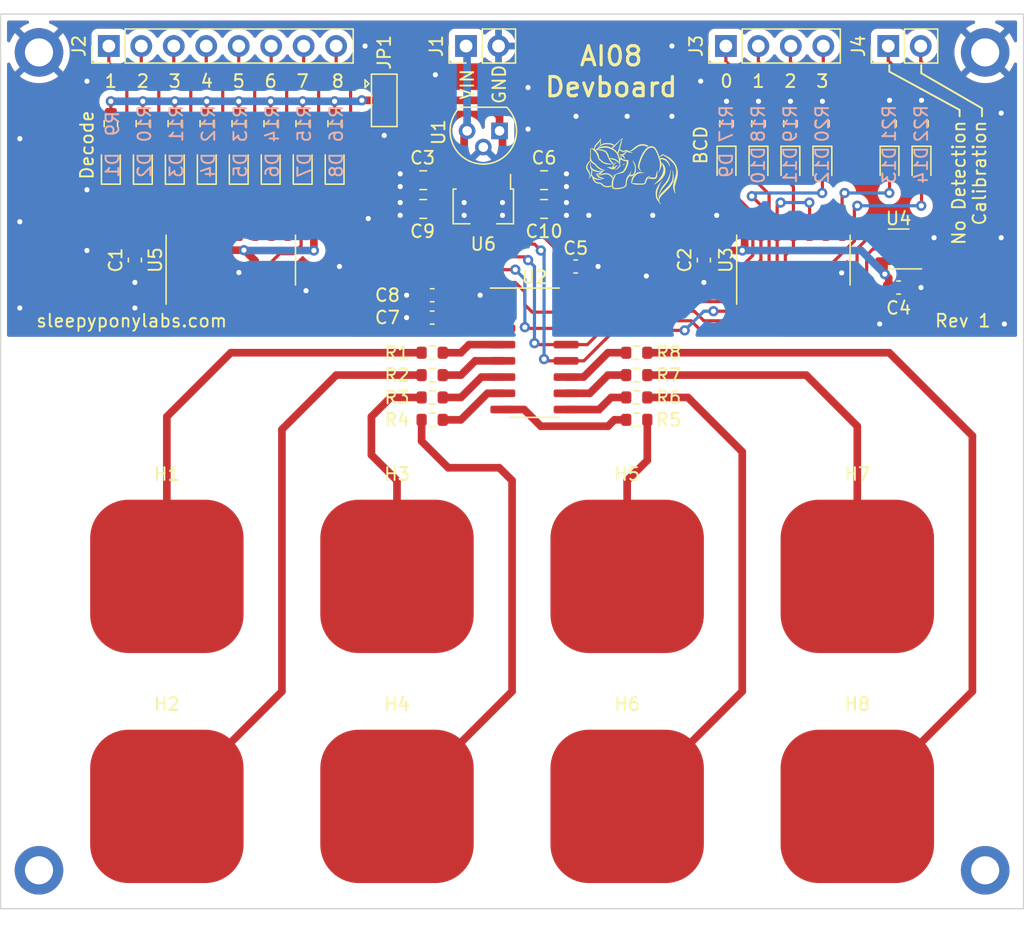
<source format=kicad_pcb>
(kicad_pcb (version 20211014) (generator pcbnew)
  (title_block (title "AI08 Devboard") (date "2022-09-25") (rev "1") (company "Sleepy Pony Labs") (comment 4 "AISLER Project ID: NBMILDEY"))
  (layers (0 "F.Cu" signal) (31 "B.Cu" signal) (34 "B.Paste" user) (35 "F.Paste" user) (36 "B.SilkS" user "B.Silkscreen") (37 "F.SilkS" user "F.Silkscreen") (38 "B.Mask" user) (39 "F.Mask" user) (44 "Edge.Cuts" user))
  (net 0 "")
  (net 1 "VDD")
  (net 2 "GND")
  (net 3 "Net-(C7-Pad1)")
  (net 4 "Net-(C8-Pad1)")
  (net 5 "Net-(D1-Pad1)")
  (net 6 "Net-(D1-Pad2)")
  (net 7 "Net-(D2-Pad1)")
  (net 8 "Net-(D2-Pad2)")
  (net 9 "Net-(D3-Pad1)")
  (net 10 "Net-(D3-Pad2)")
  (net 11 "Net-(D4-Pad1)")
  (net 12 "Net-(D4-Pad2)")
  (net 13 "Net-(D5-Pad1)")
  (net 14 "Net-(D5-Pad2)")
  (net 15 "Net-(D6-Pad1)")
  (net 16 "Net-(D6-Pad2)")
  (net 17 "Net-(D7-Pad1)")
  (net 18 "Net-(D7-Pad2)")
  (net 19 "Net-(D8-Pad1)")
  (net 20 "Net-(D8-Pad2)")
  (net 21 "Net-(D9-Pad1)")
  (net 22 "Net-(D9-Pad2)")
  (net 23 "Net-(D10-Pad1)")
  (net 24 "Net-(D10-Pad2)")
  (net 25 "Net-(D11-Pad1)")
  (net 26 "Net-(D11-Pad2)")
  (net 27 "Net-(D12-Pad1)")
  (net 28 "Net-(D12-Pad2)")
  (net 29 "Net-(D13-Pad1)")
  (net 30 "Net-(D13-Pad2)")
  (net 31 "Net-(D14-Pad1)")
  (net 32 "Net-(D14-Pad2)")
  (net 33 "Net-(H1-Pad1)")
  (net 34 "Net-(H2-Pad1)")
  (net 35 "Net-(H3-Pad1)")
  (net 36 "Net-(H4-Pad1)")
  (net 37 "Net-(H5-Pad1)")
  (net 38 "Net-(H6-Pad1)")
  (net 39 "Net-(H7-Pad1)")
  (net 40 "Net-(H8-Pad1)")
  (net 41 "Net-(R1-Pad2)")
  (net 42 "Net-(R2-Pad2)")
  (net 43 "Net-(R3-Pad2)")
  (net 44 "Net-(R4-Pad2)")
  (net 45 "Net-(R5-Pad2)")
  (net 46 "Net-(R6-Pad2)")
  (net 47 "Net-(R7-Pad2)")
  (net 48 "Net-(R8-Pad2)")
  (net 49 "Net-(U3-Pad12)")
  (net 50 "Net-(U3-Pad5)")
  (net 53 "Net-(R10-Pad2)")
  (net 54 "Net-(J1-Pad1)")
  (footprint "Resistor_SMD:R_0603_1608Metric" (layer "F.Cu") (at 73.12 49.575 90)
    (fp_text reference "R14")
    (fp_text value "1K")
  )
  (footprint "ai08_devboard:CAPTOUCH_12mm" (layer "F.Cu") (at 119 103)
    (fp_text reference "H8")
    (fp_text value "Button")
  )
  (footprint "Resistor_SMD:R_0603_1608Metric" (layer "F.Cu") (at 121.52 49.575 90)
    (fp_text reference "R21")
    (fp_text value "1K")
  )
  (footprint "Capacitor_SMD:C_0603_1608Metric" (layer "F.Cu") (at 122.23 62.4)
    (fp_text reference "C4")
    (fp_text value "100nF")
  )
  (footprint "ai08_devboard:CAPTOUCH_12mm" (layer "F.Cu") (at 65 103)
    (fp_text reference "H2")
    (fp_text value "Button")
  )
  (footprint "Package_TO_SOT_THT:TO-92" (layer "F.Cu") (at 91.02 50.14 180)
    (fp_text reference "U1")
    (fp_text value "L78L05_TO92")
  )
  (footprint "ai08_devboard:CAPTOUCH_12mm" (layer "F.Cu") (at 101 103)
    (fp_text reference "H6")
    (fp_text value "Button")
  )
  (footprint "MountingHole:MountingHole_2.2mm_M2_DIN965_Pad" (layer "F.Cu") (at 129 108)
    (fp_text reference "H11" hide)
    (fp_text value "Pad")
  )
  (footprint "ai08_devboard:CAPTOUCH_12mm" (layer "F.Cu") (at 83 103)
    (fp_text reference "H4")
    (fp_text value "Button")
  )
  (footprint "Capacitor_SMD:C_0603_1608Metric" (layer "F.Cu") (at 85.75 64.75 180)
    (fp_text reference "C7")
    (fp_text value "TBD")
  )
  (footprint "Jumper:SolderJumper-3_P1.3mm_Bridged12_Pad1.0x1.5mm" (layer "F.Cu") (at 82 47.75 -90)
    (fp_text reference "JP1")
    (fp_text value "SELECT")
  )
  (footprint "LED_SMD:LED_0603_1608Metric" (layer "F.Cu") (at 68.12 52.825 90)
    (fp_text reference "D4")
    (fp_text value "LED")
  )
  (footprint "MountingHole:MountingHole_2.2mm_M2_DIN965_Pad" (layer "F.Cu") (at 55 44)
    (fp_text reference "H9" hide)
    (fp_text value "Pad")
  )
  (footprint "ai08_devboard:CAPTOUCH_12mm" (layer "F.Cu") (at 119 85)
    (fp_text reference "H7")
    (fp_text value "Button")
  )
  (footprint "Resistor_SMD:R_0603_1608Metric" (layer "F.Cu") (at 70.62 49.575 90)
    (fp_text reference "R13")
    (fp_text value "1K")
  )
  (footprint "LED_SMD:LED_0603_1608Metric" (layer "F.Cu") (at 124.02 52.825 -90)
    (fp_text reference "D14")
    (fp_text value "LED")
  )
  (footprint "Capacitor_SMD:C_0805_2012Metric" (layer "F.Cu") (at 94.5 56.25)
    (fp_text reference "C10")
    (fp_text value "TBD")
  )
  (footprint "ai08_devboard:CAPTOUCH_12mm" (layer "F.Cu") (at 65 85)
    (fp_text reference "H1")
    (fp_text value "Button")
  )
  (footprint "Package_SO:SOIC-14_3.9x8.7mm_P1.27mm" (layer "F.Cu") (at 114 60.25 90)
    (fp_text reference "U3")
    (fp_text value "74HC11")
  )
  (footprint "Capacitor_SMD:C_0603_1608Metric" (layer "F.Cu") (at 62.5 60.25 -90)
    (fp_text reference "C1")
    (fp_text value "100nF")
  )
  (footprint "LED_SMD:LED_0603_1608Metric" (layer "F.Cu") (at 121.52 52.825 -90)
    (fp_text reference "D13")
    (fp_text value "LED")
  )
  (footprint "Resistor_SMD:R_0603_1608Metric" (layer "F.Cu") (at 116.27 49.575 90)
    (fp_text reference "R20")
    (fp_text value "1K")
  )
  (footprint "Resistor_SMD:R_0603_1608Metric" (layer "F.Cu") (at 101.75 72.75 180)
    (fp_text reference "R5")
    (fp_text value "1K")
  )
  (footprint "Connector_PinHeader_2.54mm:PinHeader_1x02_P2.54mm_Vertical" (layer "F.Cu") (at 121.42 43.5 90)
    (fp_text reference "J4")
    (fp_text value "STAT_OUT")
  )
  (footprint "Resistor_SMD:R_0603_1608Metric" (layer "F.Cu") (at 75.62 49.575 90)
    (fp_text reference "R15")
    (fp_text value "1K")
  )
  (footprint "Resistor_SMD:R_0603_1608Metric" (layer "F.Cu") (at 85.75 67.5)
    (fp_text reference "R1")
    (fp_text value "1K")
  )
  (footprint "LED_SMD:LED_0603_1608Metric" (layer "F.Cu") (at 70.62 52.825 90)
    (fp_text reference "D5")
    (fp_text value "LED")
  )
  (footprint "Resistor_SMD:R_0603_1608Metric" (layer "F.Cu") (at 108.77 49.575 90)
    (fp_text reference "R17")
    (fp_text value "1K")
  )
  (footprint "MountingHole:MountingHole_2.2mm_M2_DIN965_Pad" (layer "F.Cu") (at 55 108)
    (fp_text reference "H12" hide)
    (fp_text value "Pad")
  )
  (footprint "MountingHole:MountingHole_2.2mm_M2_DIN965_Pad" (layer "F.Cu") (at 129 44)
    (fp_text reference "H10" hide)
    (fp_text value "Pad")
  )
  (footprint "Resistor_SMD:R_0603_1608Metric" (layer "F.Cu") (at 101.75 71 180)
    (fp_text reference "R6")
    (fp_text value "1K")
  )
  (footprint "LED_SMD:LED_0603_1608Metric" (layer "F.Cu") (at 73.12 52.825 90)
    (fp_text reference "D6")
    (fp_text value "LED")
  )
  (footprint "ai08_devboard:CAPTOUCH_12mm" (layer "F.Cu") (at 83 85)
    (fp_text reference "H3")
    (fp_text value "Button")
  )
  (footprint "LED_SMD:LED_0603_1608Metric" (layer "F.Cu") (at 108.77 52.825 -90)
    (fp_text reference "D9")
    (fp_text value "LED")
  )
  (footprint "Connector_PinHeader_2.54mm:PinHeader_1x08_P2.54mm_Vertical" (layer "F.Cu") (at 60.46 43.5 90)
    (fp_text reference "J2")
    (fp_text value "DEC_OUT")
  )
  (footprint "LED_SMD:LED_0603_1608Metric" (layer "F.Cu") (at 60.62 52.825 90)
    (fp_text reference "D1")
    (fp_text value "LED")
  )
  (footprint "Capacitor_SMD:C_0603_1608Metric" (layer "F.Cu") (at 107 60.25 -90)
    (fp_text reference "C2")
    (fp_text value "100nF")
  )
  (footprint "Capacitor_SMD:C_0805_2012Metric" (layer "F.Cu") (at 94.5 54)
    (fp_text reference "C6")
    (fp_text value "1uF")
  )
  (footprint "Resistor_SMD:R_0603_1608Metric" (layer "F.Cu") (at 85.75 71)
    (fp_text reference "R3")
    (fp_text value "1K")
  )
  (footprint "Resistor_SMD:R_0603_1608Metric" (layer "F.Cu") (at 85.75 72.75)
    (fp_text reference "R4")
    (fp_text value "1K")
  )
  (footprint "Resistor_SMD:R_0603_1608Metric" (layer "F.Cu") (at 78.12 49.575 90)
    (fp_text reference "R16")
    (fp_text value "1K")
  )
  (footprint "LED_SMD:LED_0603_1608Metric" (layer "F.Cu") (at 75.62 52.825 90)
    (fp_text reference "D7")
    (fp_text value "LED")
  )
  (footprint "LED_SMD:LED_0603_1608Metric" (layer "F.Cu") (at 65.62 52.825 90)
    (fp_text reference "D3")
    (fp_text value "LED")
  )
  (footprint "ai08_devboard:CAPTOUCH_12mm" (layer "F.Cu") (at 101 85)
    (fp_text reference "H5")
    (fp_text value "Button")
  )
  (footprint "Resistor_SMD:R_0603_1608Metric" (layer "F.Cu") (at 65.62 49.575 90)
    (fp_text reference "R11")
    (fp_text value "1K")
  )
  (footprint "Resistor_SMD:R_0603_1608Metric" (layer "F.Cu") (at 113.77 49.575 90)
    (fp_text reference "R19")
    (fp_text value "1K")
  )
  (footprint "Capacitor_SMD:C_0805_2012Metric" (layer "F.Cu") (at 85.05 54 180)
    (fp_text reference "C3")
    (fp_text value "1uF")
  )
  (footprint "Resistor_SMD:R_0603_1608Metric" (layer "F.Cu") (at 63.12 49.575 90)
    (fp_text reference "R10")
    (fp_text value "1K")
  )
  (footprint "Package_SO:SOIC-16_3.9x9.9mm_P1.27mm" (layer "F.Cu") (at 93.75 67.5)
    (fp_text reference "U2")
    (fp_text value "AI08")
  )
  (footprint "Resistor_SMD:R_0603_1608Metric" (layer "F.Cu") (at 60.62 49.575 90)
    (fp_text reference "R9")
    (fp_text value "1K")
  )
  (footprint "LED_SMD:LED_0603_1608Metric" (layer "F.Cu") (at 111.27 52.825 -90)
    (fp_text reference "D10")
    (fp_text value "LED")
  )
  (footprint "Resistor_SMD:R_0603_1608Metric" (layer "F.Cu") (at 101.75 69.25 180)
    (fp_text reference "R7")
    (fp_text value "1K")
  )
  (footprint "LED_SMD:LED_0603_1608Metric" (layer "F.Cu") (at 113.77 52.825 -90)
    (fp_text reference "D11")
    (fp_text value "LED")
  )
  (footprint "Capacitor_SMD:C_0603_1608Metric" (layer "F.Cu") (at 85.75 63 180)
    (fp_text reference "C8")
    (fp_text value "4n7F")
  )
  (footprint "LED_SMD:LED_0603_1608Metric" (layer "F.Cu") (at 78.12 52.825 90)
    (fp_text reference "D8")
    (fp_text value "LED")
  )
  (footprint "Resistor_SMD:R_0603_1608Metric" (layer "F.Cu") (at 101.75 67.5 180)
    (fp_text reference "R8")
    (fp_text value "1K")
  )
  (footprint "slp_logo:sleepylogo_10mm" (layer "F.Cu") (at 101.5 53)
    (fp_text reference "G***" hide)
    (fp_text value "LOGO" hide)
  )
  (footprint "Package_TO_SOT_SMD:SOT-23-5" (layer "F.Cu") (at 122.23 59.38 180)
    (fp_text reference "U4")
    (fp_text value "74AHC1G04")
  )
  (footprint "Resistor_SMD:R_0603_1608Metric" (layer "F.Cu") (at 111.27 49.575 90)
    (fp_text reference "R18")
    (fp_text value "1K")
  )
  (footprint "Resistor_SMD:R_0603_1608Metric" (layer "F.Cu") (at 85.75 69.25)
    (fp_text reference "R2")
    (fp_text value "1K")
  )
  (footprint "LED_SMD:LED_0603_1608Metric" (layer "F.Cu") (at 116.27 52.825 -90)
    (fp_text reference "D12")
    (fp_text value "LED")
  )
  (footprint "Connector_PinHeader_2.54mm:PinHeader_1x02_P2.54mm_Vertical" (layer "F.Cu") (at 88.4 43.5 90)
    (fp_text reference "J1")
    (fp_text value "POWER")
  )
  (footprint "Package_TO_SOT_SMD:SOT-89-3" (layer "F.Cu") (at 89.75 55.75 -90)
    (fp_text reference "U6")
    (fp_text value "L78L05_SOT89")
  )
  (footprint "Capacitor_SMD:C_0805_2012Metric" (layer "F.Cu") (at 85.05 56.25 180)
    (fp_text reference "C9")
    (fp_text value "TBD")
  )
  (footprint "Connector_PinHeader_2.54mm:PinHeader_1x04_P2.54mm_Vertical" (layer "F.Cu") (at 108.72 43.5 90)
    (fp_text reference "J3")
    (fp_text value "BCD_OUT")
  )
  (footprint "Resistor_SMD:R_0603_1608Metric" (layer "F.Cu") (at 68.12 49.575 90)
    (fp_text reference "R12")
    (fp_text value "1K")
  )
  (footprint "Resistor_SMD:R_0603_1608Metric" (layer "F.Cu") (at 124.02 49.575 90)
    (fp_text reference "R22")
    (fp_text value "1K")
  )
  (footprint "Capacitor_SMD:C_0603_1608Metric" (layer "F.Cu") (at 96.975 60.75)
    (fp_text reference "C5")
    (fp_text value "100nF")
  )
  (footprint "LED_SMD:LED_0603_1608Metric" (layer "F.Cu") (at 63.12 52.825 90)
    (fp_text reference "D2")
    (fp_text value "LED")
  )
  (footprint "Package_SO:SOIC-16_3.9x9.9mm_P1.27mm" (layer "F.Cu") (at 70 60.25 90)
    (fp_text reference "U5")
    (fp_text value "74HC138")
  )
  (gr_line (start 124 45.625) (end 124 45) (layer "F.SilkS") (width 0.15))
  (gr_line (start 127 49) (end 127 48.5) (layer "F.SilkS") (width 0.15))
  (gr_line (start 127 48.5) (end 121.5 45.5) (layer "F.SilkS") (width 0.15))
  (gr_line (start 128.75 49) (end 128.75 48.375) (layer "F.SilkS") (width 0.15))
  (gr_line (start 121.5 45.5) (end 121.5 45) (layer "F.SilkS") (width 0.15))
  (gr_line (start 128.75 48.375) (end 124 45.625) (layer "F.SilkS") (width 0.15))
  (gr_line (start 132 111) (end 52 111) (layer "Edge.Cuts") (width 0.1))
  (gr_line (start 132 41) (end 52 41) (layer "Edge.Cuts") (width 0.1))
  (gr_line (start 132 111) (end 132 41) (layer "Edge.Cuts") (width 0.1))
  (gr_line (start 52 111) (end 52 41) (layer "Edge.Cuts") (width 0.1))
  (gr_text "7" (at 75.62 46.25) (layer "F.SilkS") (effects (font (size 1 1))))
  (gr_text "6" (at 73.12 46.25) (layer "F.SilkS") (effects (font (size 1 1))))
  (gr_text "1" (at 60.62 46.25) (layer "F.SilkS") (effects (font (size 1 1))))
  (gr_text "0" (at 108.77 46.25) (layer "F.SilkS") (effects (font (size 1 1))))
  (gr_text "Decode" (at 58.75 51.25 90) (layer "F.SilkS") (effects (font (size 1 1))))
  (gr_text "2" (at 63.12 46.25) (layer "F.SilkS") (effects (font (size 1 1))))
  (gr_text "4" (at 68.12 46.25) (layer "F.SilkS") (effects (font (size 1 1))))
  (gr_text "AI08\nDevboard" (at 99.75 45.5) (layer "F.SilkS") (effects (font (size 1.5 1.5) (thickness 0.25))))
  (gr_text "3" (at 65.62 46.25) (layer "F.SilkS") (effects (font (size 1 1))))
  (gr_text "GND" (at 91 46.5 90) (layer "F.SilkS") (effects (font (size 1 1))))
  (gr_text "VIN" (at 88.5 46.5 90) (layer "F.SilkS") (effects (font (size 1 1))))
  (gr_text "1" (at 111.27 46.25) (layer "F.SilkS") (effects (font (size 1 1))))
  (gr_text "2" (at 113.77 46.25) (layer "F.SilkS") (effects (font (size 1 1))))
  (gr_text "sleepyponylabs.com" (at 62.25 65) (layer "F.SilkS") (effects (font (size 1 1))))
  (gr_text "3" (at 116.27 46.25) (layer "F.SilkS") (effects (font (size 1 1))))
  (gr_text "8" (at 78.37 46.25) (layer "F.SilkS") (effects (font (size 1 1))))
  (gr_text "BCD" (at 106.75 51.25 90) (layer "F.SilkS") (effects (font (size 1 1))))
  (gr_text "Rev 1" (at 127.25 65) (layer "F.SilkS") (effects (font (size 1 1))))
  (gr_text "5" (at 70.62 46.25) (layer "F.SilkS") (effects (font (size 1 1))))
  (gr_text "No Detection\nCalibration" (at 127.75 49.25 90) (layer "F.SilkS") (effects (font (size 1 1)) (justify right)))
  (segment (start 107.025 59.5) (end 107 59.475) (width 0.6) (layer "F.Cu") (net 1))
  (segment (start 71.48 59.88) (end 71.905 60.305) (width 0.6) (layer "F.Cu") (net 1))
  (segment (start 89.75 47.75) (end 91.02 49.02) (width 0.6) (layer "F.Cu") (net 1))
  (segment (start 62.5 59.475) (end 65.06 59.475) (width 0.6) (layer "F.Cu") (net 1))
  (segment (start 84 47.75) (end 89.75 47.75) (width 0.6) (layer "F.Cu") (net 1))
  (segment (start 93.45 54.1) (end 93.55 54) (width 0.6) (layer "F.Cu") (net 1))
  (segment (start 110 59.5) (end 110.19 59.31) (width 0.6) (layer "F.Cu") (net 1))
  (segment (start 76.5 58) (end 76.5 59.5) (width 0.6) (layer "F.Cu") (net 1))
  (segment (start 65.06 59.475) (end 65.555 59.475) (width 0.6) (layer "F.Cu") (net 1))
  (segment (start 65.06 59.475) (end 71.025 59.475) (width 0.6) (layer "F.Cu") (net 1))
  (segment (start 91.25 54.1) (end 93.45 54.1) (width 0.6) (layer "F.Cu") (net 1))
  (segment (start 84 47.75) (end 84 50.5) (width 0.6) (layer "F.Cu") (net 1))
  (segment (start 121.1525 61.3475) (end 121.0925 61.2875) (width 0.6) (layer "F.Cu") (net 1))
  (segment (start 110 59.5) (end 107.025 59.5) (width 0.6) (layer "F.Cu") (net 1))
  (segment (start 96.2 59.55) (end 96.2 60.75) (width 0.6) (layer "F.Cu") (net 1))
  (segment (start 91.02 49.02) (end 91.02 50.14) (width 0.6) (layer "F.Cu") (net 1))
  (segment (start 84 50.5) (end 76.5 58) (width 0.6) (layer "F.Cu") (net 1))
  (segment (start 71.075 59.475) (end 71.48 59.88) (width 0.6) (layer "F.Cu") (net 1))
  (segment (start 107 59.475) (end 96.275 59.475) (width 0.6) (layer "F.Cu") (net 1))
  (segment (start 110.19 59.31) (end 110.19 57.775) (width 0.6) (layer "F.Cu") (net 1))
  (segment (start 93.55 56.25) (end 93.55 54) (width 0.6) (layer "F.Cu") (net 1))
  (segment (start 84 47.75) (end 84 47) (width 0.6) (layer "F.Cu") (net 1))
  (segment (start 65.555 59.475) (end 65.555 57.775) (width 0.6) (layer "F.Cu") (net 1))
  (segment (start 84 47) (end 83.45 46.45) (width 0.6) (layer "F.Cu") (net 1))
  (segment (start 96.225 63.055) (end 96.225 60.775) (width 0.6) (layer "F.Cu") (net 1))
  (segment (start 91.25 50.37) (end 91.02 50.14) (width 0.6) (layer "F.Cu") (net 1))
  (segment (start 95.75 59.475) (end 96.275 59.475) (width 0.6) (layer "F.Cu") (net 1))
  (segment (start 121.455 61.65) (end 121.1525 61.3475) (width 0.6) (layer "F.Cu") (net 1))
  (segment (start 93.55 57.275) (end 95.75 59.475) (width 0.6) (layer "F.Cu") (net 1))
  (segment (start 93.55 56.25) (end 93.55 57.275) (width 0.6) (layer "F.Cu") (net 1))
  (segment (start 121.0925 61.2875) (end 121.0925 60.33) (width 0.6) (layer "F.Cu") (net 1))
  (segment (start 121.455 62.4) (end 121.455 61.65) (width 0.6) (layer "F.Cu") (net 1))
  (segment (start 71.025 59.475) (end 71.075 59.475) (width 0.6) (layer "F.Cu") (net 1))
  (segment (start 83.45 46.45) (end 82 46.45) (width 0.6) (layer "F.Cu") (net 1))
  (segment (start 71.905 60.305) (end 71.905 62.725) (width 0.6) (layer "F.Cu") (net 1))
  (segment (start 91.25 54.1) (end 91.25 50.37) (width 0.6) (layer "F.Cu") (net 1))
  (segment (start 96.275 59.475) (end 96.2 59.55) (width 0.6) (layer "F.Cu") (net 1))
  (via (at 71.025 59.475) (size 0.8) (drill 0.4) (layers "F.Cu" "B.Cu") (net 1))
  (via (at 110 59.5) (size 0.8) (drill 0.4) (layers "F.Cu" "B.Cu") (net 1))
  (via (at 121.1525 61.3475) (size 0.8) (drill 0.4) (layers "F.Cu" "B.Cu") (net 1))
  (via (at 76.5 59.5) (size 0.8) (drill 0.4) (layers "F.Cu" "B.Cu") (net 1))
  (segment (start 119.305 59.5) (end 121.1525 61.3475) (width 0.6) (layer "B.Cu") (net 1))
  (segment (start 71.025 59.475) (end 71.05 59.5) (width 0.6) (layer "B.Cu") (net 1))
  (segment (start 110 59.5) (end 119.305 59.5) (width 0.6) (layer "B.Cu") (net 1))
  (segment (start 71.05 59.5) (end 76.5 59.5) (width 0.6) (layer "B.Cu") (net 1))
  (segment (start 74.445 62.725) (end 75.81 62.725) (width 0.6) (layer "F.Cu") (net 2))
  (segment (start 62.5 61.025) (end 62.5 62) (width 0.6) (layer "F.Cu") (net 2))
  (segment (start 91.275 63.055) (end 89.555 63.055) (width 0.6) (layer "F.Cu") (net 2))
  (segment (start 108.77 48.75) (end 108.77 47.825) (width 0.25) (layer "F.Cu") (net 2))
  (segment (start 111.27 48.75) (end 111.27 47.825) (width 0.25) (layer "F.Cu") (net 2))
  (segment (start 95.45 54) (end 95.75 54) (width 0.6) (layer "F.Cu") (net 2))
  (segment (start 89.555 63.055) (end 89.5 63) (width 0.6) (layer "F.Cu") (net 2))
  (segment (start 97.75 60.75) (end 98.725 60.75) (width 0.6) (layer "F.Cu") (net 2))
  (segment (start 121.52 48.75) (end 121.52 47.75) (width 0.25) (layer "F.Cu") (net 2))
  (segment (start 95.75 54) (end 96.25 54.5) (width 0.6) (layer "F.Cu") (net 2))
  (segment (start 123.3675 58.43) (end 124.93 58.43) (width 0.6) (layer "F.Cu") (net 2))
  (segment (start 83.25 56.75) (end 83.75 56.25) (width 0.6) (layer "F.Cu") (net 2))
  (segment (start 83.25 55.75) (end 83.75 56.25) (width 0.6) (layer "F.Cu") (net 2))
  (segment (start 84.975 63) (end 83.75 63) (width 0.6) (layer "F.Cu") (net 2))
  (segment (start 117.775 61.25) (end 117.81 61.285) (width 0.6) (layer "F.Cu") (net 2))
  (segment (start 117.81 61.285) (end 117.81 62.725) (width 0.6) (layer "F.Cu") (net 2))
  (segment (start 70.635 62.725) (end 70.635 61.225) (width 0.6) (layer "F.Cu") (net 2))
  (segment (start 107 61.025) (end 107 62) (width 0.6) (layer "F.Cu") (net 2))
  (segment (start 82 49.05) (end 82 50.5) (width 0.6) (layer "F.Cu") (net 2))
  (segment (start 83.25 53.5) (end 83.75 54) (width 0.6) (layer "F.Cu") (net 2))
  (segment (start 83.25 54.5) (end 83.75 54) (width 0.6) (layer "F.Cu") (net 2))
  (segment (start 75.81 62.725) (end 75.885 62.65) (width 0.6) (layer "F.Cu") (net 2))
  (segment (start 124.93 58.43) (end 125 58.5) (width 0.6) (layer "F.Cu") (net 2))
  (segment (start 116.27 47.825) (end 116.27 48.75) (width 0.25) (layer "F.Cu") (net 2))
  (segment (start 95.75 56.25) (end 96.25 55.75) (width 0.6) (layer "F.Cu") (net 2))
  (segment (start 84.975 64.75) (end 83.75 64.75) (width 0.6) (layer "F.Cu") (net 2))
  (segment (start 95.75 54) (end 96.25 53.5) (width 0.6) (layer "F.Cu") (net 2))
  (segment (start 95.75 56.25) (end 96.25 56.75) (width 0.6) (layer "F.Cu") (net 2))
  (segment (start 113.77 47.825) (end 113.77 48.75) (width 0.25) (layer "F.Cu") (net 2))
  (segment (start 83.75 54) (end 84.1 54) (width 0.6) (layer "F.Cu") (net 2))
  (segment (start 123.005 62.4) (end 123.98 62.4) (width 0.6) (layer "F.Cu") (net 2))
  (segment (start 124.02 48.75) (end 124.02 47.75) (width 0.25) (layer "F.Cu") (net 2))
  (segment (start 95.45 56.25) (end 95.75 56.25) (width 0.6) (layer "F.Cu") (net 2))
  (segment (start 83.75 56.25) (end 84.1 56.25) (width 0.6) (layer "F.Cu") (net 2))
  (via (at 91.25 55.75) (size 0.8) (drill 0.4) (layers "F.Cu" "B.Cu") (net 2))
  (via (at 58.75 59.5) (size 0.8) (drill 0.4) (layers "F.Cu" "B.Cu") (net 2))
  (via (at 83.25 55.75) (size 0.8) (drill 0.4) (layers "F.Cu" "B.Cu") (net 2))
  (via (at 53.5 64) (size 0.8) (drill 0.4) (layers "F.Cu" "B.Cu") (net 2))
  (via (at 80.5 43.5) (size 0.8) (drill 0.4) (layers "F.Cu" "B.Cu") (net 2))
  (via (at 88.25 56.75) (size 0.8) (drill 0.4) (layers "F.Cu" "B.Cu") (net 2))
  (via (at 130.25 48.75) (size 0.8) (drill 0.4) (layers "F.Cu" "B.Cu") (net 2))
  (via (at 70.635 61.225) (size 0.8) (drill 0.4) (layers "F.Cu" "B.Cu") (net 2))
  (via (at 102.5 61.5) (size 0.8) (drill 0.4) (layers "F.Cu" "B.Cu") (net 2))
  (via (at 86 45.75) (size 0.8) (drill 0.4) (layers "F.Cu" "B.Cu") (net 2))
  (via (at 96.25 56.75) (size 0.8) (drill 0.4) (layers "F.Cu" "B.Cu") (net 2))
  (via (at 53.5 57.25) (size 0.8) (drill 0.4) (layers "F.Cu" "B.Cu") (net 2))
  (via (at 113.77 47.825) (size 0.8) (drill 0.4) (layers "F.Cu" "B.Cu") (net 2))
  (via (at 106.75 46.25) (size 0.8) (drill 0.4) (layers "F.Cu" "B.Cu") (net 2))
  (via (at 53.5 50.75) (size 0.8) (drill 0.4) (layers "F.Cu" "B.Cu") (net 2))
  (via (at 116.27 47.825) (size 0.8) (drill 0.4) (layers "F.Cu" "B.Cu") (net 2))
  (via (at 83.25 56.75) (size 0.8) (drill 0.4) (layers "F.Cu" "B.Cu") (net 2))
  (via (at 108 56.75) (size 0.8) (drill 0.4) (layers "F.Cu" "B.Cu") (net 2))
  (via (at 83.25 53.5) (size 0.8) (drill 0.4) (layers "F.Cu" "B.Cu") (net 2))
  (via (at 58.75 54.75) (size 0.8) (drill 0.4) (layers "F.Cu" "B.Cu") (net 2))
  (via (at 62.5 62) (size 0.8) (drill 0.4) (layers "F.Cu" "B.Cu") (net 2))
  (via (at 98 56.75) (size 0.8) (drill 0.4) (layers "F.Cu" "B.Cu") (net 2))
  (via (at 58.75 46.25) (size 0.8) (drill 0.4) (layers "F.Cu" "B.Cu") (net 2))
  (via (at 93.25 50) (size 0.8) (drill 0.4) (layers "F.Cu" "B.Cu") (net 2))
  (via (at 89.5 63) (size 0.8) (drill 0.4) (layers "F.Cu" "B.Cu") (net 2))
  (via (at 96.25 55.75) (size 0.8) (drill 0.4) (layers "F.Cu" "B.Cu") (net 2))
  (via (at 130.5 65.25) (size 0.8) (drill 0.4) (layers "F.Cu" "B.Cu") (net 2))
  (via (at 120.75 65.25) (size 0.8) (drill 0.4) (layers "F.Cu" "B.Cu") (net 2))
  (via (at 91.25 56.75) (size 0.8) (drill 0.4) (layers "F.Cu" "B.Cu") (net 2))
  (via (at 88.25 55.75) (size 0.8) (drill 0.4) (layers "F.Cu" "B.Cu") (net 2))
  (via (at 96.25 53.5) (size 0.8) (drill 0.4) (layers "F.Cu" "B.Cu") (net 2))
  (via (at 108.77 47.825) (size 0.8) (drill 0.4) (layers "F.Cu" "B.Cu") (net 2))
  (via (at 82 50.5) (size 0.8) (drill 0.4) (layers "F.Cu" "B.Cu") (net 2))
  (via (at 125 58.5) (size 0.8) (drill 0.4) (layers "F.Cu" "B.Cu") (net 2))
  (via (at 98.725 60.75) (size 0.8) (drill 0.4) (layers "F.Cu" "B.Cu") (net 2))
  (via (at 78.5 60.75) (size 0.8) (drill 0.4) (layers "F.Cu" "B.Cu") (net 2))
  (via (at 62.5 64) (size 0.8) (drill 0.4) (layers "F.Cu" "B.Cu") (net 2))
  (via (at 121.52 47.75) (size 0.8) (drill 0.4) (layers "F.Cu" "B.Cu") (net 2))
  (via (at 83.75 63) (size 0.8) (drill 0.4) (layers "F.Cu" "B.Cu") (net 2))
  (via (at 117.775 61.25) (size 0.8) (drill 0.4) (layers "F.Cu" "B.Cu") (net 2))
  (via (at 111.27 47.825) (size 0.8) (drill 0.4) (layers "F.Cu" "B.Cu") (net 2))
  (via (at 96.25 54.5) (size 0.8) (drill 0.4) (layers "F.Cu" "B.Cu") (net 2))
  (via (at 123.98 62.4) (size 0.8) (drill 0.4) (layers "F.Cu" "B.Cu") (net 2))
  (via (at 83.75 64.75) (size 0.8) (drill 0.4) (layers "F.Cu" "B.Cu") (net 2))
  (via (at 97 49) (size 0.8) (drill 0.4) (layers "F.Cu" "B.Cu") (net 2))
  (via (at 80.75 57) (size 0.8) (drill 0.4) (layers "F.Cu" "B.Cu") (net 2))
  (via (at 107 62) (size 0.8) (drill 0.4) (layers "F.Cu" "B.Cu") (net 2))
  (via (at 104.5 49) (size 0.8) (drill 0.4) (layers "F.Cu" "B.Cu") (net 2))
  (via (at 93.25 46.75) (size 0.8) (drill 0.4) (layers "F.Cu" "B.Cu") (net 2))
  (via (at 83.25 54.5) (size 0.8) (drill 0.4) (layers "F.Cu" "B.Cu") (net 2))
  (via (at 75.885 62.65) (size 0.8) (drill 0.4) (layers "F.Cu" "B.Cu") (net 2))
  (via (at 101 49) (size 0.8) (drill 0.4) (layers "F.Cu" "B.Cu") (net 2))
  (via (at 130.25 58.5) (size 0.8) (drill 0.4) (layers "F.Cu" "B.Cu") (net 2))
  (via (at 103 56.75) (size 0.8) (drill 0.4) (layers "F.Cu" "B.Cu") (net 2))
  (via (at 124.02 47.75) (size 0.8) (drill 0.4) (layers "F.Cu" "B.Cu") (net 2))
  (via (at 104.5 43.5) (size 0.8) (drill 0.4) (layers "F.Cu" "B.Cu") (net 2))
  (segment (start 88.595 65.595) (end 91.275 65.595) (width 0.6) (layer "F.Cu") (net 3))
  (segment (start 86.525 64.75) (end 87.75 64.75) (width 0.6) (layer "F.Cu") (net 3))
  (segment (start 87.75 64.75) (end 88.595 65.595) (width 0.6) (layer "F.Cu") (net 3))
  (segment (start 89.075 64.325) (end 91.275 64.325) (width 0.6) (layer "F.Cu") (net 4))
  (segment (start 87.75 63) (end 89.075 64.325) (width 0.6) (layer "F.Cu") (net 4))
  (segment (start 86.525 63) (end 87.75 63) (width 0.6) (layer "F.Cu") (net 4))
  (segment (start 66.825 57.775) (end 66.825 56.575) (width 0.25) (layer "F.Cu") (net 5))
  (segment (start 61.2575 53.6125) (end 61.87 53) (width 0.25) (layer "F.Cu") (net 5))
  (segment (start 61 56.25) (end 60.62 55.87) (width 0.25) (layer "F.Cu") (net 5))
  (segment (start 60.46 44.84) (end 60.46 43.5) (width 0.25) (layer "F.Cu") (net 5))
  (segment (start 66.825 56.575) (end 66.5 56.25) (width 0.25) (layer "F.Cu") (net 5))
  (segment (start 61.87 53) (end 61.87 46.25) (width 0.25) (layer "F.Cu") (net 5))
  (segment (start 66.5 56.25) (end 61 56.25) (width 0.25) (layer "F.Cu") (net 5))
  (segment (start 60.62 55.87) (end 60.62 53.6125) (width 0.25) (layer "F.Cu") (net 5))
  (segment (start 61.87 46.25) (end 60.46 44.84) (width 0.25) (layer "F.Cu") (net 5))
  (segment (start 60.62 53.6125) (end 61.2575 53.6125) (width 0.25) (layer "F.Cu") (net 5))
  (segment (start 60.62 50.4) (end 60.62 52.0375) (width 0.25) (layer "F.Cu") (net 6))
  (segment (start 68.095 57.775) (end 68.095 56.345) (width 0.25) (layer "F.Cu") (net 7))
  (segment (start 67.5 55.75) (end 63.5 55.75) (width 0.25) (layer "F.Cu") (net 7))
  (segment (start 63.12 55.37) (end 63.12 53.6125) (width 0.25) (layer "F.Cu") (net 7))
  (segment (start 64.37 53) (end 64.37 46.25) (width 0.25) (layer "F.Cu") (net 7))
  (segment (start 63.7575 53.6125) (end 64.37 53) (width 0.25) (layer "F.Cu") (net 7))
  (segment (start 64.37 46.25) (end 63 44.88) (width 0.25) (layer "F.Cu") (net 7))
  (segment (start 68.095 56.345) (end 67.5 55.75) (width 0.25) (layer "F.Cu") (net 7))
  (segment (start 63.5 55.75) (end 63.12 55.37) (width 0.25) (layer "F.Cu") (net 7))
  (segment (start 63 44.88) (end 63 43.5) (width 0.25) (layer "F.Cu") (net 7))
  (segment (start 63.12 53.6125) (end 63.7575 53.6125) (width 0.25) (layer "F.Cu") (net 7))
  (segment (start 63.12 50.4) (end 63.12 52.0375) (width 0.25) (layer "F.Cu") (net 8))
  (segment (start 66 55.25) (end 65.62 54.87) (width 0.25) (layer "F.Cu") (net 9))
  (segment (start 66.87 53) (end 66.87 46.25) (width 0.25) (layer "F.Cu") (net 9))
  (segment (start 68.25 55.25) (end 66 55.25) (width 0.25) (layer "F.Cu") (net 9))
  (segment (start 65.62 54.87) (end 65.62 53.6125) (width 0.25) (layer "F.Cu") (net 9))
  (segment (start 69.365 56.365) (end 68.25 55.25) (width 0.25) (layer "F.Cu") (net 9))
  (segment (start 69.365 57.775) (end 69.365 56.365) (width 0.25) (layer "F.Cu") (net 9))
  (segment (start 66.2575 53.6125) (end 66.87 53) (width 0.25) (layer "F.Cu") (net 9))
  (segment (start 65.62 53.6125) (end 66.2575 53.6125) (width 0.25) (layer "F.Cu") (net 9))
  (segment (start 65.54 44.92) (end 65.54 43.5) (width 0.25) (layer "F.Cu") (net 9))
  (segment (start 66.87 46.25) (end 65.54 44.92) (width 0.25) (layer "F.Cu") (net 9))
  (segment (start 65.62 50.4) (end 65.62 52.0375) (width 0.25) (layer "F.Cu") (net 10))
  (segment (start 68.12 54.12) (end 68.12 53.6125) (width 0.25) (layer "F.Cu") (net 11))
  (segment (start 69.37 46.25) (end 68.08 44.96) (width 0.25) (layer "F.Cu") (net 11))
  (segment (start 68.08 44.96) (end 68.08 43.5) (width 0.25) (layer "F.Cu") (net 11))
  (segment (start 69.37 53) (end 69.37 46.25) (width 0.25) (layer "F.Cu") (net 11))
  (segment (start 68.12 53.6125) (end 68.7575 53.6125) (width 0.25) (layer "F.Cu") (net 11))
  (segment (start 68.7575 53.6125) (end 69.37 53) (width 0.25) (layer "F.Cu") (net 11))
  (segment (start 70.635 56.635) (end 68.12 54.12) (width 0.25) (layer "F.Cu") (net 11))
  (segment (start 70.635 57.775) (end 70.635 56.635) (width 0.25) (layer "F.Cu") (net 11))
  (segment (start 68.12 50.4) (end 68.12 52.0375) (width 0.25) (layer "F.Cu") (net 12))
  (segment (start 70.62 54.62) (end 70.62 53.6125) (width 0.25) (layer "F.Cu") (net 13))
  (segment (start 71.87 53) (end 71.87 46.25) (width 0.25) (layer "F.Cu") (net 13))
  (segment (start 70.62 45) (end 70.62 43.5) (width 0.25) (layer "F.Cu") (net 13))
  (segment (start 70.62 53.6125) (end 71.2575 53.6125) (width 0.25) (layer "F.Cu") (net 13))
  (segment (start 71.87 46.25) (end 70.62 45) (width 0.25) (layer "F.Cu") (net 13))
  (segment (start 71.2575 53.6125) (end 71.87 53) (width 0.25) (layer "F.Cu") (net 13))
  (segment (start 71.905 57.775) (end 71.905 55.905) (width 0.25) (layer "F.Cu") (net 13))
  (segment (start 71.905 55.905) (end 70.62 54.62) (width 0.25) (layer "F.Cu") (net 13))
  (segment (start 70.62 50.4) (end 70.62 52.0375) (width 0.25) (layer "F.Cu") (net 14))
  (segment (start 73.7575 53.6125) (end 74.37 53) (width 0.25) (layer "F.Cu") (net 15))
  (segment (start 73.16 45.04) (end 73.16 43.5) (width 0.25) (layer "F.Cu") (net 15))
  (segment (start 74.37 53) (end 74.37 46.25) (width 0.25) (layer "F.Cu") (net 15))
  (segment (start 73.175 57.775) (end 73.175 53.6675) (width 0.25) (layer "F.Cu") (net 15))
  (segment (start 74.37 46.25) (end 73.16 45.04) (width 0.25) (layer "F.Cu") (net 15))
  (segment (start 73.12 53.6125) (end 73.7575 53.6125) (width 0.25) (layer "F.Cu") (net 15))
  (segment (start 73.175 53.6675) (end 73.12 53.6125) (width 0.25) (layer "F.Cu") (net 15))
  (segment (start 73.12 50.4) (end 73.12 52.0375) (width 0.25) (layer "F.Cu") (net 16))
  (segment (start 75.7 45.08) (end 75.7 43.5) (width 0.25) (layer "F.Cu") (net 17))
  (segment (start 75.62 54.63) (end 75.62 53.6125) (width 0.25) (layer "F.Cu") (net 17))
  (segment (start 75.62 53.6125) (end 76.2575 53.6125) (width 0.25) (layer "F.Cu") (net 17))
  (segment (start 74.445 57.775) (end 74.445 55.805) (width 0.25) (layer "F.Cu") (net 17))
  (segment (start 74.445 55.805) (end 75.62 54.63) (width 0.25) (layer "F.Cu") (net 17))
  (segment (start 76.87 46.25) (end 75.7 45.08) (width 0.25) (layer "F.Cu") (net 17))
  (segment (start 76.87 53) (end 76.87 46.25) (width 0.25) (layer "F.Cu") (net 17))
  (segment (start 76.2575 53.6125) (end 76.87 53) (width 0.25) (layer "F.Cu") (net 17))
  (segment (start 75.62 50.4) (end 75.62 52.0375) (width 0.25) (layer "F.Cu") (net 18))
  (segment (start 73.175 62.725) (end 73.175 60.4) (width 0.25) (layer "F.Cu") (net 19))
  (segment (start 78.24 45.12) (end 78.24 43.5) (width 0.25) (layer "F.Cu") (net 19))
  (segment (start 78.7575 53.6125) (end 79.37 53) (width 0.25) (layer "F.Cu") (net 19))
  (segment (start 75.5 57) (end 78.12 54.38) (width 0.25) (layer "F.Cu") (net 19))
  (segment (start 74.875 59.75) (end 75.5 59.125) (width 0.25) (layer "F.Cu") (net 19))
  (segment (start 73.175 60.4) (end 73.825 59.75) (width 0.25) (layer "F.Cu") (net 19))
  (segment (start 78.12 53.6125) (end 78.7575 53.6125) (width 0.25) (layer "F.Cu") (net 19))
  (segment (start 79.37 53) (end 79.37 46.25) (width 0.25) (layer "F.Cu") (net 19))
  (segment (start 75.5 59.125) (end 75.5 57) (width 0.25) (layer "F.Cu") (net 19))
  (segment (start 78.12 54.38) (end 78.12 53.6125) (width 0.25) (layer "F.Cu") (net 19))
  (segment (start 79.37 46.25) (end 78.24 45.12) (width 0.25) (layer "F.Cu") (net 19))
  (segment (start 73.825 59.75) (end 74.875 59.75) (width 0.25) (layer "F.Cu") (net 19))
  (segment (start 78.12 50.4) (end 78.12 52.0375) (width 0.25) (layer "F.Cu") (net 20))
  (segment (start 108.77 50.4) (end 108.77 52.0375) (width 0.25) (layer "F.Cu") (net 21))
  (segment (start 110.83 56.58) (end 108.77 54.52) (width 0.25) (layer "F.Cu") (net 22))
  (segment (start 110.19 62.725) (end 110.19 60.515) (width 0.25) (layer "F.Cu") (net 22))
  (segment (start 110.02 53.075) (end 110.02 46) (width 0.25) (layer "F.Cu") (net 22))
  (segment (start 93.575 64.325) (end 93 63.75) (width 0.25) (layer "F.Cu") (net 22))
  (segment (start 108.77 53.6125) (end 109.4825 53.6125) (width 0.25) (layer "F.Cu") (net 22))
  (segment (start 65.555 65.28) (end 65.555 62.725) (width 0.25) (layer "F.Cu") (net 22))
  (segment (start 99.25 63.5) (end 108.5 63.5) (width 0.25) (layer "F.Cu") (net 22))
  (segment (start 110.02 46) (end 108.72 44.7) (width 0.25) (layer "F.Cu") (net 22))
  (segment (start 96.225 64.325) (end 93.575 64.325) (width 0.25) (layer "F.Cu") (net 22))
  (segment (start 92.25 62) (end 82.5 62) (width 0.25) (layer "F.Cu") (net 22))
  (segment (start 96.225 64.325) (end 98.425 64.325) (width 0.25) (layer "F.Cu") (net 22))
  (segment (start 98.425 64.325) (end 99.25 63.5) (width 0.25) (layer "F.Cu") (net 22))
  (segment (start 110.19 60.515) (end 110.83 59.875) (width 0.25) (layer "F.Cu") (net 22))
  (segment (start 108.5 63.5) (end 109.275 62.725) (width 0.25) (layer "F.Cu") (net 22))
  (segment (start 78.75 65.75) (end 66.025 65.75) (width 0.25) (layer "F.Cu") (net 22))
  (segment (start 110.83 59.875) (end 110.83 56.58) (width 0.25) (layer "F.Cu") (net 22))
  (segment (start 108.77 54.52) (end 108.77 53.6125) (width 0.25) (layer "F.Cu") (net 22))
  (segment (start 93 62.75) (end 92.25 62) (width 0.25) (layer "F.Cu") (net 22))
  (segment (start 109.275 62.725) (end 110.19 62.725) (width 0.25) (layer "F.Cu") (net 22))
  (segment (start 66.025 65.75) (end 65.555 65.28) (width 0.25) (layer "F.Cu") (net 22))
  (segment (start 93 63.75) (end 93 62.75) (width 0.25) (layer "F.Cu") (net 22))
  (segment (start 108.72 44.7) (end 108.72 43.5) (width 0.25) (layer "F.Cu") (net 22))
  (segment (start 109.4825 53.6125) (end 110.02 53.075) (width 0.25) (layer "F.Cu") (net 22))
  (segment (start 82.5 62) (end 78.75 65.75) (width 0.25) (layer "F.Cu") (net 22))
  (segment (start 111.27 50.4) (end 111.27 52.0375) (width 0.25) (layer "F.Cu") (net 23))
  (segment (start 111.46 62.725) (end 111.46 61.29) (width 0.25) (layer "F.Cu") (net 24))
  (segment (start 93 65.5) (end 93.095 65.595) (width 0.25) (layer "F.Cu") (net 24))
  (segment (start 112.52 53.075) (end 112.52 46) (width 0.25) (layer "F.Cu") (net 24))
  (segment (start 99.5 64.25) (end 106.25 64.25) (width 0.25) (layer "F.Cu") (net 24))
  (segment (start 67.25 65.25) (end 66.825 64.825) (width 0.25) (layer "F.Cu") (net 24))
  (segment (start 106.25 64.25) (end 107 65) (width 0.25) (layer "F.Cu") (net 24))
  (segment (start 98.155 65.595) (end 99.5 64.25) (width 0.25) (layer "F.Cu") (net 24))
  (segment (start 111.27 53.6125) (end 111.9825 53.6125) (width 0.25) (layer "F.Cu") (net 24))
  (segment (start 112.1 60.65) (end 112.1 55.1) (width 0.25) (layer "F.Cu") (net 24))
  (segment (start 112.52 46) (end 111.26 44.74) (width 0.25) (layer "F.Cu") (net 24))
  (segment (start 93.095 65.595) (end 96.225 65.595) (width 0.25) (layer "F.Cu") (net 24))
  (segment (start 66.825 64.825) (end 66.825 62.725) (width 0.25) (layer "F.Cu") (net 24))
  (segment (start 112.1 55.1) (end 111.27 54.27) (width 0.25) (layer "F.Cu") (net 24))
  (segment (start 111.46 61.29) (end 112.1 60.65) (width 0.25) (layer "F.Cu") (net 24))
  (segment (start 111.26 44.74) (end 111.26 43.5) (width 0.25) (layer "F.Cu") (net 24))
  (segment (start 111.9825 53.6125) (end 112.52 53.075) (width 0.25) (layer "F.Cu") (net 24))
  (segment (start 111.025 65) (end 111.46 64.565) (width 0.25) (layer "F.Cu") (net 24))
  (segment (start 82.5 61) (end 78.25 65.25) (width 0.25) (layer "F.Cu") (net 24))
  (segment (start 111.27 54.27) (end 111.27 53.6125) (width 0.25) (layer "F.Cu") (net 24))
  (segment (start 107 65) (end 111.025 65) (width 0.25) (layer "F.Cu") (net 24))
  (segment (start 92.25 61) (end 82.5 61) (width 0.25) (layer "F.Cu") (net 24))
  (segment (start 78.25 65.25) (end 67.25 65.25) (width 0.25) (layer "F.Cu") (net 24))
  (segment (start 96.225 65.595) (end 98.155 65.595) (width 0.25) (layer "F.Cu") (net 24))
  (segment (start 111.46 64.565) (end 111.46 62.725) (width 0.25) (layer "F.Cu") (net 24))
  (via (at 92.25 61) (size 0.8) (drill 0.4) (layers "F.Cu" "B.Cu") (net 24))
  (via (at 93 65.5) (size 0.8) (drill 0.4) (layers "F.Cu" "B.Cu") (net 24))
  (segment (start 93 65.5) (end 93 61.75) (width 0.25) (layer "B.Cu") (net 24))
  (segment (start 93 61.75) (end 92.25 61) (width 0.25) (layer "B.Cu") (net 24))
  (segment (start 113.77 50.4) (end 113.77 52.0375) (width 0.25) (layer "F.Cu") (net 25))
  (segment (start 113.37 59.88) (end 113.37 64.27) (width 0.25) (layer "F.Cu") (net 26))
  (segment (start 68.095 64.32) (end 68.095 62.725) (width 0.25) (layer "F.Cu") (net 26))
  (segment (start 106.75 65.75) (end 112.525 65.75) (width 0.25) (layer "F.Cu") (net 26))
  (segment (start 114.4825 53.6125) (end 115.02 53.075) (width 0.25) (layer "F.Cu") (net 26))
  (segment (start 115.02 46) (end 113.77 44.75) (width 0.25) (layer "F.Cu") (net 26))
  (segment (start 114 54.5) (end 113.77 54.27) (width 0.25) (layer "F.Cu") (net 26))
  (segment (start 93.75 66.75) (end 93.865 66.865) (width 0.25) (layer "F.Cu") (net 26))
  (segment (start 118.98 64.88) (end 119.73 64.13) (width 0.25) (layer "F.Cu") (net 26))
  (segment (start 114 59.25) (end 113.37 59.88) (width 0.25) (layer "F.Cu") (net 26))
  (segment (start 113.37 64.27) (end 113.37 64.845) (width 0.25) (layer "F.Cu") (net 26))
  (segment (start 77.75 64.75) (end 68.525 64.75) (width 0.25) (layer "F.Cu") (net 26))
  (segment (start 96.225 66.865) (end 97.885 66.865) (width 0.25) (layer "F.Cu") (net 26))
  (segment (start 119.73 59.88) (end 120.23 59.38) (width 0.25) (layer "F.Cu") (net 26))
  (segment (start 113.77 53.6125) (end 114.4825 53.6125) (width 0.25) (layer "F.Cu") (net 26))
  (segment (start 115.02 53.075) (end 115.02 46) (width 0.25) (layer "F.Cu") (net 26))
  (segment (start 113.37 64.905) (end 113.37 64.27) (width 0.25) (layer "F.Cu") (net 26))
  (segment (start 120.23 59.38) (end 123.3675 59.38) (width 0.25) (layer "F.Cu") (net 26))
  (segment (start 97.885 66.865) (end 99.75 65) (width 0.25) (layer "F.Cu") (net 26))
  (segment (start 113.77 43.53) (end 113.8 43.5) (width 0.25) (layer "F.Cu") (net 26))
  (segment (start 112.525 65.75) (end 113.37 64.905) (width 0.25) (layer "F.Cu") (net 26))
  (segment (start 93.25 60.25) (end 93 60) (width 0.25) (layer "F.Cu") (net 26))
  (segment (start 113.77 44.75) (end 113.77 43.53) (width 0.25) (layer "F.Cu") (net 26))
  (segment (start 119.73 64.13) (end 119.73 59.88) (width 0.25) (layer "F.Cu") (net 26))
  (segment (start 113.77 54.27) (end 113.77 53.6125) (width 0.25) (layer "F.Cu") (net 26))
  (segment (start 114 57.775) (end 114 59.25) (width 0.25) (layer "F.Cu") (net 26))
  (segment (start 82.5 60) (end 77.75 64.75) (width 0.25) (layer "F.Cu") (net 26))
  (segment (start 93.865 66.865) (end 96.225 66.865) (width 0.25) (layer "F.Cu") (net 26))
  (segment (start 68.525 64.75) (end 68.095 64.32) (width 0.25) (layer "F.Cu") (net 26))
  (segment (start 99.75 65) (end 106 65) (width 0.25) (layer "F.Cu") (net 26))
  (segment (start 106 65) (end 106.75 65.75) (width 0.25) (layer "F.Cu") (net 26))
  (segment (start 93 60) (end 82.5 60) (width 0.25) (layer "F.Cu") (net 26))
  (segment (start 114 57.775) (end 114 54.5) (width 0.25) (layer "F.Cu") (net 26))
  (segment (start 113.405 64.88) (end 118.98 64.88) (width 0.25) (layer "F.Cu") (net 26))
  (segment (start 113.37 64.845) (end 113.405 64.88) (width 0.25) (layer "F.Cu") (net 26))
  (via (at 93.25 60.25) (size 0.8) (drill 0.4) (layers "F.Cu" "B.Cu") (net 26))
  (via (at 93.75 66.75) (size 0.8) (drill 0.4) (layers "F.Cu" "B.Cu") (net 26))
  (segment (start 93.75 60.75) (end 93.75 66.75) (width 0.25) (layer "B.Cu") (net 26))
  (segment (start 93.25 60.25) (end 93.75 60.75) (width 0.25) (layer "B.Cu") (net 26))
  (segment (start 116.27 50.4) (end 116.27 52.0375) (width 0.25) (layer "F.Cu") (net 27))
  (segment (start 116.27 53.6125) (end 116.27 54.98) (width 0.25) (layer "F.Cu") (net 28))
  (segment (start 116.27 53.6125) (end 116.9825 53.6125) (width 0.25) (layer "F.Cu") (net 28))
  (segment (start 111.46 57.775) (end 111.46 55.96) (width 0.25) (layer "F.Cu") (net 28))
  (segment (start 69.365 63.84) (end 69.365 62.725) (width 0.25) (layer "F.Cu") (net 28))
  (segment (start 94.635 68.135) (end 94.5 68) (width 0.25) (layer "F.Cu") (net 28))
  (segment (start 96.225 68.135) (end 94.635 68.135) (width 0.25) (layer "F.Cu") (net 28))
  (segment (start 110.83 60.875) (end 111.46 60.245) (width 0.25) (layer "F.Cu") (net 28))
  (segment (start 117.52 46) (end 116.34 44.82) (width 0.25) (layer "F.Cu") (net 28))
  (segment (start 94.25 59.5) (end 93.75 59) (width 0.25) (layer "F.Cu") (net 28))
  (segment (start 69.775 64.25) (end 69.365 63.84) (width 0.25) (layer "F.Cu") (net 28))
  (segment (start 110.83 63.945) (end 110.83 60.875) (width 0.25) (layer "F.Cu") (net 28))
  (segment (start 116.27 54.98) (end 116.25 55) (width 0.25) (layer "F.Cu") (net 28))
  (segment (start 110.525 64.25) (end 110.83 63.945) (width 0.25) (layer "F.Cu") (net 28))
  (segment (start 105.5 65.75) (end 100 65.75) (width 0.25) (layer "F.Cu") (net 28))
  (segment (start 117.52 53.075) (end 117.52 46) (width 0.25) (layer "F.Cu") (net 28))
  (segment (start 116.34 44.82) (end 116.34 43.5) (width 0.25) (layer "F.Cu") (net 28))
  (segment (start 77.25 64.25) (end 69.775 64.25) (width 0.25) (layer "F.Cu") (net 28))
  (segment (start 111.46 55.96) (end 110.75 55.25) (width 0.25) (layer "F.Cu") (net 28))
  (segment (start 100 65.75) (end 97.615 68.135) (width 0.25) (layer "F.Cu") (net 28))
  (segment (start 107.75 64.25) (end 110.525 64.25) (width 0.25) (layer "F.Cu") (net 28))
  (segment (start 82.5 59) (end 77.25 64.25) (width 0.25) (layer "F.Cu") (net 28))
  (segment (start 93.75 59) (end 82.5 59) (width 0.25) (layer "F.Cu") (net 28))
  (segment (start 111.46 60.245) (end 111.46 57.775) (width 0.25) (layer "F.Cu") (net 28))
  (segment (start 116.9825 53.6125) (end 117.52 53.075) (width 0.25) (layer "F.Cu") (net 28))
  (segment (start 97.615 68.135) (end 96.225 68.135) (width 0.25) (layer "F.Cu") (net 28))
  (via (at 116.25 55) (size 0.8) (drill 0.4) (layers "F.Cu" "B.Cu") (net 28))
  (via (at 94.5 68) (size 0.8) (drill 0.4) (layers "F.Cu" "B.Cu") (net 28))
  (via (at 107.75 64.25) (size 0.8) (drill 0.4) (layers "F.Cu" "B.Cu") (net 28))
  (via (at 105.5 65.75) (size 0.8) (drill 0.4) (layers "F.Cu" "B.Cu") (net 28))
  (via (at 110.75 55.25) (size 0.8) (drill 0.4) (layers "F.Cu" "B.Cu") (net 28))
  (via (at 94.25 59.5) (size 0.8) (drill 0.4) (layers "F.Cu" "B.Cu") (net 28))
  (segment (start 94.5 59.75) (end 94.5 68) (width 0.25) (layer "B.Cu") (net 28))
  (segment (start 111 55) (end 110.75 55.25) (width 0.25) (layer "B.Cu") (net 28))
  (segment (start 107.75 64.25) (end 107 64.25) (width 0.25) (layer "B.Cu") (net 28))
  (segment (start 116.25 55) (end 111 55) (width 0.25) (layer "B.Cu") (net 28))
  (segment (start 94.25 59.5) (end 94.5 59.75) (width 0.25) (layer "B.Cu") (net 28))
  (segment (start 107 64.25) (end 105.5 65.75) (width 0.25) (layer "B.Cu") (net 28))
  (segment (start 121.52 50.4) (end 121.52 52.0375) (width 0.25) (layer "F.Cu") (net 29))
  (segment (start 121.42 44.65) (end 121.42 43.5) (width 0.25) (layer "F.Cu") (net 30))
  (segment (start 117.81 55.19) (end 118 55) (width 0.25) (layer "F.Cu") (net 30))
  (segment (start 121.52 54.98) (end 121.52 53.6125) (width 0.25) (layer "F.Cu") (net 30))
  (segment (start 121.52 53.6125) (end 122.1575 53.6125) (width 0.25) (layer "F.Cu") (net 30))
  (segment (start 121.5 55) (end 121.52 54.98) (width 0.25) (layer "F.Cu") (net 30))
  (segment (start 122.1575 53.6125) (end 122.77 53) (width 0.25) (layer "F.Cu") (net 30))
  (segment (start 122.77 46) (end 121.42 44.65) (width 0.25) (layer "F.Cu") (net 30))
  (segment (start 122.77 53) (end 122.77 46) (width 0.25) (layer "F.Cu") (net 30))
  (segment (start 117.81 57.775) (end 117.81 55.19) (width 0.25) (layer "F.Cu") (net 30))
  (via (at 121.5 55) (size 0.8) (drill 0.4) (layers "F.Cu" "B.Cu") (net 30))
  (via (at 118 55) (size 0.8) (drill 0.4) (layers "F.Cu" "B.Cu") (net 30))
  (segment (start 118 55) (end 121.5 55) (width 0.25) (layer "B.Cu") (net 30))
  (segment (start 124.02 50.4) (end 124.02 52.0375) (width 0.25) (layer "F.Cu") (net 31))
  (segment (start 116.54 60.985) (end 118.775 58.75) (width 0.25) (layer "F.Cu") (net 32))
  (segment (start 123.96 44.69) (end 123.96 43.5) (width 0.25) (layer "F.Cu") (net 32))
  (segment (start 118.775 57.25) (end 118.775 56.225) (width 0.25) (layer "F.Cu") (net 32))
  (segment (start 116.54 62.725) (end 116.54 60.985) (width 0.25) (layer "F.Cu") (net 32))
  (segment (start 124.02 55.98) (end 124.02 53.6125) (width 0.25) (layer "F.Cu") (net 32))
  (segment (start 118.775 58.75) (end 118.775 57.25) (width 0.25) (layer "F.Cu") (net 32))
  (segment (start 124 56) (end 124.02 55.98) (width 0.25) (layer "F.Cu") (net 32))
  (segment (start 118.775 56.225) (end 119 56) (width 0.25) (layer "F.Cu") (net 32))
  (segment (start 125.27 46) (end 123.96 44.69) (width 0.25) (layer "F.Cu") (net 32))
  (segment (start 124.02 53.6125) (end 124.6575 53.6125) (width 0.25) (layer "F.Cu") (net 32))
  (segment (start 125.27 53) (end 125.27 46) (width 0.25) (layer "F.Cu") (net 32))
  (segment (start 124.6575 53.6125) (end 125.27 53) (width 0.25) (layer "F.Cu") (net 32))
  (via (at 119 56) (size 0.8) (drill 0.4) (layers "F.Cu" "B.Cu") (net 32))
  (via (at 124 56) (size 0.8) (drill 0.4) (layers "F.Cu" "B.Cu") (net 32))
  (segment (start 119 56) (end 124 56) (width 0.25) (layer "B.Cu") (net 32))
  (segment (start 70 67.5) (end 84.925 67.5) (width 0.6) (layer "F.Cu") (net 33))
  (segment (start 65 72.5) (end 70 67.5) (width 0.6) (layer "F.Cu") (net 33))
  (segment (start 65 85) (end 65 72.5) (width 0.6) (layer "F.Cu") (net 33))
  (segment (start 74 94) (end 74 73.5) (width 0.6) (layer "F.Cu") (net 34))
  (segment (start 78.25 69.25) (end 84.925 69.25) (width 0.6) (layer "F.Cu") (net 34))
  (segment (start 65 103) (end 74 94) (width 0.6) (layer "F.Cu") (net 34))
  (segment (start 74 73.5) (end 78.25 69.25) (width 0.6) (layer "F.Cu") (net 34))
  (segment (start 83 85) (end 83 77.5) (width 0.6) (layer "F.Cu") (net 35))
  (segment (start 83 77.5) (end 81 75.5) (width 0.6) (layer "F.Cu") (net 35))
  (segment (start 82.5 71) (end 84.925 71) (width 0.6) (layer "F.Cu") (net 35))
  (segment (start 81 75.5) (end 81 72.5) (width 0.6) (layer "F.Cu") (net 35))
  (segment (start 81 72.5) (end 82.5 71) (width 0.6) (layer "F.Cu") (net 35))
  (segment (start 92 94) (end 92 77.5) (width 0.6) (layer "F.Cu") (net 36))
  (segment (start 91 76.5) (end 87 76.5) (width 0.6) (layer "F.Cu") (net 36))
  (segment (start 83 103) (end 92 94) (width 0.6) (layer "F.Cu") (net 36))
  (segment (start 92 77.5) (end 91 76.5) (width 0.6) (layer "F.Cu") (net 36))
  (segment (start 87 76.5) (end 84.925 74.425) (width 0.6) (layer "F.Cu") (net 36))
  (segment (start 84.925 74.425) (end 84.925 72.75) (width 0.6) (layer "F.Cu") (net 36))
  (segment (start 101 77.5) (end 102.575 75.925) (width 0.6) (layer "F.Cu") (net 37))
  (segment (start 102.575 75.925) (end 102.575 72.75) (width 0.6) (layer "F.Cu") (net 37))
  (segment (start 101 85) (end 101 77.5) (width 0.6) (layer "F.Cu") (net 37))
  (segment (start 105.75 71) (end 110 75.25) (width 0.6) (layer "F.Cu") (net 38))
  (segment (start 110 75.25) (end 110 94) (width 0.6) (layer "F.Cu") (net 38))
  (segment (start 102.575 71) (end 105.75 71) (width 0.6) (layer "F.Cu") (net 38))
  (segment (start 110 94) (end 101 103) (width 0.6) (layer "F.Cu") (net 38))
  (segment (start 102.575 69.25) (end 115 69.25) (width 0.6) (layer "F.Cu") (net 39))
  (segment (start 115 69.25) (end 119 73.25) (width 0.6) (layer "F.Cu") (net 39))
  (segment (start 119 73.25) (end 119 85) (width 0.6) (layer "F.Cu") (net 39))
  (segment (start 119 103) (end 128 94) (width 0.6) (layer "F.Cu") (net 40))
  (segment (start 128 94) (end 128 74) (width 0.6) (layer "F.Cu") (net 40))
  (segment (start 128 74) (end 121.5 67.5) (width 0.6) (layer "F.Cu") (net 40))
  (segment (start 121.5 67.5) (end 102.575 67.5) (width 0.6) (layer "F.Cu") (net 40))
  (segment (start 88 67.5) (end 88.635 66.865) (width 0.6) (layer "F.Cu") (net 41))
  (segment (start 88.635 66.865) (end 91.275 66.865) (width 0.6) (layer "F.Cu") (net 41))
  (segment (start 86.575 67.5) (end 88 67.5) (width 0.6) (layer "F.Cu") (net 41))
  (segment (start 86.575 69.25) (end 88 69.25) (width 0.6) (layer "F.Cu") (net 42))
  (segment (start 89.115 68.135) (end 91.275 68.135) (width 0.6) (layer "F.Cu") (net 42))
  (segment (start 88 69.25) (end 89.115 68.135) (width 0.6) (layer "F.Cu") (net 42))
  (segment (start 89.595 69.405) (end 91.275 69.405) (width 0.6) (layer "F.Cu") (net 43))
  (segment (start 86.575 71) (end 88 71) (width 0.6) (layer "F.Cu") (net 43))
  (segment (start 88 71) (end 89.595 69.405) (width 0.6) (layer "F.Cu") (net 43))
  (segment (start 90.075 70.675) (end 91.275 70.675) (width 0.6) (layer "F.Cu") (net 44))
  (segment (start 86.575 72.75) (end 88 72.75) (width 0.6) (layer "F.Cu") (net 44))
  (segment (start 88 72.75) (end 90.075 70.675) (width 0.6) (layer "F.Cu") (net 44))
  (segment (start 99.5 73.25) (end 100 72.75) (width 0.6) (layer "F.Cu") (net 45))
  (segment (start 94.25 73.25) (end 99.5 73.25) (width 0.6) (layer "F.Cu") (net 45))
  (segment (start 100 72.75) (end 100.925 72.75) (width 0.6) (layer "F.Cu") (net 45))
  (segment (start 92.945 71.945) (end 94.25 73.25) (width 0.6) (layer "F.Cu") (net 45))
  (segment (start 91.275 71.945) (end 92.945 71.945) (width 0.6) (layer "F.Cu") (net 45))
  (segment (start 96.225 71.945) (end 98.805 71.945) (width 0.6) (layer "F.Cu") (net 46))
  (segment (start 99.75 71) (end 100.925 71) (width 0.6) (layer "F.Cu") (net 46))
  (segment (start 98.805 71.945) (end 99.75 71) (width 0.6) (layer "F.Cu") (net 46))
  (segment (start 98.075 70.675) (end 99.5 69.25) (width 0.6) (layer "F.Cu") (net 47))
  (segment (start 96.225 70.675) (end 98.075 70.675) (width 0.6) (layer "F.Cu") (net 47))
  (segment (start 99.5 69.25) (end 100.925 69.25) (width 0.6) (layer "F.Cu") (net 47))
  (segment (start 96.225 69.405) (end 97.595 69.405) (width 0.6) (layer "F.Cu") (net 48))
  (segment (start 97.595 69.405) (end 99.5 67.5) (width 0.6) (layer "F.Cu") (net 48))
  (segment (start 99.5 67.5) (end 100.925 67.5) (width 0.6) (layer "F.Cu") (net 48))
  (segment (start 115.27 57.775) (end 116.54 57.775) (width 0.25) (layer "F.Cu") (net 49))
  (segment (start 115.27 57.775) (end 115.27 55.77) (width 0.25) (layer "F.Cu") (net 49))
  (segment (start 112.73 56.02) (end 113 55.75) (width 0.25) (layer "F.Cu") (net 49))
  (segment (start 115.27 55.77) (end 115.25 55.75) (width 0.25) (layer "F.Cu") (net 49))
  (segment (start 112.73 62.725) (end 112.73 57.775) (width 0.25) (layer "F.Cu") (net 49))
  (segment (start 112.73 57.775) (end 112.73 56.02) (width 0.25) (layer "F.Cu") (net 49))
  (via (at 115.25 55.75) (size 0.8) (drill 0.4) (layers "F.Cu" "B.Cu") (net 49))
  (via (at 113 55.75) (size 0.8) (drill 0.4) (layers "F.Cu" "B.Cu") (net 49))
  (segment (start 113 55.75) (end 115.25 55.75) (width 0.25) (layer "B.Cu") (net 49))
  (segment (start 114 62.725) (end 115.27 62.725) (width 0.25) (layer "F.Cu") (net 50))
  (segment (start 118.48 64.38) (end 118.98 63.88) (width 0.25) (layer "F.Cu") (net 50))
  (segment (start 119.93 58.43) (end 121.0925 58.43) (width 0.25) (layer "F.Cu") (net 50))
  (segment (start 118.98 59.38) (end 119.93 58.43) (width 0.25) (layer "F.Cu") (net 50))
  (segment (start 115.27 62.725) (end 115.27 63.92) (width 0.25) (layer "F.Cu") (net 50))
  (segment (start 115.27 63.92) (end 115.73 64.38) (width 0.25) (layer "F.Cu") (net 50))
  (segment (start 115.73 64.38) (end 118.48 64.38) (width 0.25) (layer "F.Cu") (net 50))
  (segment (start 118.98 63.88) (end 118.98 59.38) (width 0.25) (layer "F.Cu") (net 50))
  (segment (start 70.62 48.75) (end 70.62 47.825) (width 0.25) (layer "F.Cu") (net 53))
  (segment (start 63.12 48.75) (end 63.12 47.825) (width 0.25) (layer "F.Cu") (net 53))
  (segment (start 75.62 48.75) (end 75.62 47.825) (width 0.25) (layer "F.Cu") (net 53))
  (segment (start 82 47.75) (end 80.25 47.75) (width 0.6) (layer "F.Cu") (net 53))
  (segment (start 78.12 48.75) (end 78.12 47.825) (width 0.25) (layer "F.Cu") (net 53))
  (segment (start 73.12 48.75) (end 73.12 47.825) (width 0.25) (layer "F.Cu") (net 53))
  (segment (start 65.62 48.75) (end 65.62 47.825) (width 0.25) (layer "F.Cu") (net 53))
  (segment (start 60.62 48.75) (end 60.62 47.825) (width 0.25) (layer "F.Cu") (net 53))
  (segment (start 68.12 48.75) (end 68.12 47.825) (width 0.25) (layer "F.Cu") (net 53))
  (via (at 60.62 47.825) (size 0.8) (drill 0.4) (layers "F.Cu" "B.Cu") (net 53))
  (via (at 80.25 47.75) (size 0.8) (drill 0.4) (layers "F.Cu" "B.Cu") (net 53))
  (via (at 75.62 47.825) (size 0.8) (drill 0.4) (layers "F.Cu" "B.Cu") (net 53))
  (via (at 73.12 47.825) (size 0.8) (drill 0.4) (layers "F.Cu" "B.Cu") (net 53))
  (via (at 68.12 47.825) (size 0.8) (drill 0.4) (layers "F.Cu" "B.Cu") (net 53))
  (via (at 70.62 47.825) (size 0.8) (drill 0.4) (layers "F.Cu" "B.Cu") (net 53))
  (via (at 78.12 47.825) (size 0.8) (drill 0.4) (layers "F.Cu" "B.Cu") (net 53))
  (via (at 63.12 47.825) (size 0.8) (drill 0.4) (layers "F.Cu" "B.Cu") (net 53))
  (via (at 65.62 47.825) (size 0.8) (drill 0.4) (layers "F.Cu" "B.Cu") (net 53))
  (segment (start 68.12 47.825) (end 70.62 47.825) (width 0.6) (layer "B.Cu") (net 53))
  (segment (start 75.62 47.825) (end 78.12 47.825) (width 0.6) (layer "B.Cu") (net 53))
  (segment (start 80.175 47.825) (end 78.12 47.825) (width 0.6) (layer "B.Cu") (net 53))
  (segment (start 70.62 47.825) (end 73.12 47.825) (width 0.6) (layer "B.Cu") (net 53))
  (segment (start 60.62 47.825) (end 63.12 47.825) (width 0.6) (layer "B.Cu") (net 53))
  (segment (start 65.62 47.825) (end 68.12 47.825) (width 0.6) (layer "B.Cu") (net 53))
  (segment (start 63.12 47.825) (end 65.62 47.825) (width 0.6) (layer "B.Cu") (net 53))
  (segment (start 73.12 47.825) (end 75.62 47.825) (width 0.6) (layer "B.Cu") (net 53))
  (segment (start 80.25 47.75) (end 80.175 47.825) (width 0.6) (layer "B.Cu") (net 53))
  (segment (start 88.25 50.37) (end 88.48 50.14) (width 0.6) (layer "F.Cu") (net 54))
  (segment (start 88.25 54.1) (end 88.25 50.37) (width 0.6) (layer "F.Cu") (net 54))
  (segment (start 88.25 54.1) (end 86.1 54.1) (width 0.6) (layer "F.Cu") (net 54))
  (segment (start 86 56.25) (end 86 54) (width 0.6) (layer "F.Cu") (net 54))
  (segment (start 86.1 54.1) (end 86 54) (width 0.6) (layer "F.Cu") (net 54))
  (segment (start 88.48 50.14) (end 88.48 43.58) (width 0.6) (layer "B.Cu") (net 54))
  (segment (start 88.48 43.58) (end 88.4 43.5) (width 0.6) (layer "B.Cu") (net 54))
  (zone (net 2) (net_name "GND") (layers F&B.Cu) (connect_pads (clearance 0.508)) (min_thickness 0.254) (fill yes (thermal_gap 0.508) (thermal_bridge_width 0.508))
    (polygon (pts (xy 132 66.25) (xy 52 66.25) (xy 52 41) (xy 132 41)))
  )
)
</source>
